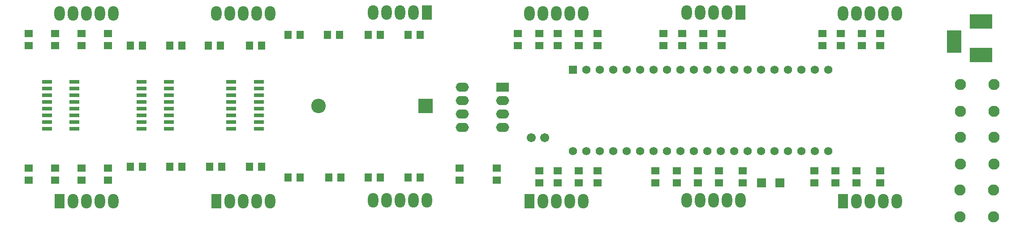
<source format=gbs>
G04*
G04 #@! TF.GenerationSoftware,Altium Limited,Altium Designer,18.0.7 (293)*
G04*
G04 Layer_Color=16711935*
%FSTAX24Y24*%
%MOIN*%
G70*
G01*
G75*
%ADD16R,0.0580X0.0630*%
%ADD17O,0.0780X0.1080*%
%ADD18R,0.0780X0.1080*%
%ADD19O,0.0980X0.0680*%
%ADD20R,0.0980X0.0680*%
%ADD21C,0.0830*%
%ADD22C,0.1080*%
%ADD23R,0.1080X0.1080*%
%ADD24R,0.1080X0.1680*%
%ADD25R,0.1680X0.1080*%
%ADD26C,0.0615*%
%ADD27R,0.0615X0.0615*%
%ADD28C,0.0671*%
%ADD48R,0.0630X0.0580*%
%ADD49R,0.0671X0.0671*%
%ADD50R,0.0750X0.0290*%
D16*
X02725Y036831D02*
D03*
X02815D02*
D03*
X030202Y047461D02*
D03*
X031102D02*
D03*
X030202Y036831D02*
D03*
X031102D02*
D03*
X02725Y047461D02*
D03*
X02815D02*
D03*
X024213D02*
D03*
X025113D02*
D03*
X02126Y036831D02*
D03*
X02216D02*
D03*
X024297D02*
D03*
X025197D02*
D03*
X009533Y046673D02*
D03*
X010433D02*
D03*
X012486D02*
D03*
X013386D02*
D03*
X009533Y037618D02*
D03*
X010433D02*
D03*
X012486D02*
D03*
X013386D02*
D03*
X015439D02*
D03*
X016339D02*
D03*
X018391Y046673D02*
D03*
X019291D02*
D03*
X015354D02*
D03*
X016254D02*
D03*
X02216Y047461D02*
D03*
X02126D02*
D03*
X018391Y037618D02*
D03*
X019291D02*
D03*
D17*
X050932Y035109D02*
D03*
X051932D02*
D03*
X052932D02*
D03*
X053932D02*
D03*
X054932D02*
D03*
X050932Y049109D02*
D03*
X051932D02*
D03*
X052932D02*
D03*
X053932D02*
D03*
X043247Y049059D02*
D03*
X042247D02*
D03*
X041247D02*
D03*
X040247D02*
D03*
X039247D02*
D03*
X043247Y035059D02*
D03*
X042247D02*
D03*
X041247D02*
D03*
X040247D02*
D03*
X030612Y049109D02*
D03*
X029612D02*
D03*
X028612D02*
D03*
X027612D02*
D03*
X031612Y035109D02*
D03*
X030612D02*
D03*
X029612D02*
D03*
X028612D02*
D03*
X027612D02*
D03*
X019928Y049059D02*
D03*
X018928D02*
D03*
X017928D02*
D03*
X016928D02*
D03*
X015928D02*
D03*
X019928Y035059D02*
D03*
X018928D02*
D03*
X017928D02*
D03*
X016928D02*
D03*
X063567D02*
D03*
X064567D02*
D03*
X065567D02*
D03*
X066567D02*
D03*
X062567Y049059D02*
D03*
X063567D02*
D03*
X064567D02*
D03*
X065567D02*
D03*
X066567D02*
D03*
X008268D02*
D03*
X007268D02*
D03*
X006268D02*
D03*
X005268D02*
D03*
X004268D02*
D03*
X008268Y035059D02*
D03*
X007268D02*
D03*
X006268D02*
D03*
X005268D02*
D03*
D18*
X054932Y049109D02*
D03*
X039247Y035059D02*
D03*
X031612Y049109D02*
D03*
X015928Y035059D02*
D03*
X062567D02*
D03*
X004268D02*
D03*
D19*
X034252Y040571D02*
D03*
Y041571D02*
D03*
Y042571D02*
D03*
Y043571D02*
D03*
X037252Y040571D02*
D03*
Y041571D02*
D03*
Y042571D02*
D03*
D20*
Y043571D02*
D03*
D21*
X071319Y041752D02*
D03*
X073819Y043752D02*
D03*
Y041752D02*
D03*
X071319Y043752D02*
D03*
Y037815D02*
D03*
X073819Y039815D02*
D03*
Y037815D02*
D03*
X071319Y039815D02*
D03*
X07126Y033878D02*
D03*
X07376Y035878D02*
D03*
Y033878D02*
D03*
X07126Y035878D02*
D03*
D22*
X023531Y042146D02*
D03*
D23*
X031496D02*
D03*
D24*
X070835Y046945D02*
D03*
D25*
X072835Y048445D02*
D03*
Y045945D02*
D03*
D26*
X04248Y038799D02*
D03*
X04348D02*
D03*
X04448D02*
D03*
X04548D02*
D03*
X04648D02*
D03*
X04748D02*
D03*
X04848D02*
D03*
X04948D02*
D03*
X05048D02*
D03*
X05148D02*
D03*
X05248D02*
D03*
X05348D02*
D03*
X05448D02*
D03*
X05548D02*
D03*
X05648D02*
D03*
X05748D02*
D03*
X05848D02*
D03*
X05948D02*
D03*
X06048D02*
D03*
X06148D02*
D03*
Y044874D02*
D03*
X06048D02*
D03*
X05948D02*
D03*
X05848D02*
D03*
X05748D02*
D03*
X05648D02*
D03*
X05548D02*
D03*
X05448D02*
D03*
X05348D02*
D03*
X05248D02*
D03*
X05148D02*
D03*
X05048D02*
D03*
X04948D02*
D03*
X04848D02*
D03*
X04748D02*
D03*
X04648D02*
D03*
X04548D02*
D03*
X04448D02*
D03*
X04348D02*
D03*
D27*
X04248D02*
D03*
D28*
X03937Y039783D02*
D03*
X04037D02*
D03*
D48*
X048622Y036437D02*
D03*
Y037337D02*
D03*
X060433Y036437D02*
D03*
Y037337D02*
D03*
X038386Y046673D02*
D03*
Y047573D02*
D03*
X055118Y037337D02*
D03*
Y036437D02*
D03*
X051772D02*
D03*
Y037337D02*
D03*
X053346Y036437D02*
D03*
Y037337D02*
D03*
X063976Y047573D02*
D03*
Y046673D02*
D03*
X050591Y047573D02*
D03*
Y046673D02*
D03*
X062402Y047573D02*
D03*
Y046673D02*
D03*
X050197Y036437D02*
D03*
Y037337D02*
D03*
X036811Y036634D02*
D03*
Y037534D02*
D03*
X042913Y037337D02*
D03*
Y036437D02*
D03*
X041339Y037337D02*
D03*
Y036437D02*
D03*
X034055Y036634D02*
D03*
Y037534D02*
D03*
X061024Y046673D02*
D03*
Y047573D02*
D03*
X062008Y037337D02*
D03*
Y036437D02*
D03*
X063583Y037337D02*
D03*
Y036437D02*
D03*
X065354Y046673D02*
D03*
Y047573D02*
D03*
X053543Y046673D02*
D03*
Y047573D02*
D03*
X052165Y046673D02*
D03*
Y047573D02*
D03*
X039961Y046673D02*
D03*
Y047573D02*
D03*
X041339Y046673D02*
D03*
Y047573D02*
D03*
X039961Y037337D02*
D03*
Y036437D02*
D03*
X044291Y046673D02*
D03*
Y047573D02*
D03*
X042913Y046673D02*
D03*
Y047573D02*
D03*
X003937Y046673D02*
D03*
Y047573D02*
D03*
X001969Y037534D02*
D03*
Y036634D02*
D03*
X003937Y037534D02*
D03*
Y036634D02*
D03*
X005906Y037534D02*
D03*
Y036634D02*
D03*
X007874Y046673D02*
D03*
Y047573D02*
D03*
X005906Y046673D02*
D03*
Y047573D02*
D03*
X065354Y037337D02*
D03*
Y036437D02*
D03*
X049213Y046673D02*
D03*
Y047573D02*
D03*
X044291Y037337D02*
D03*
Y036437D02*
D03*
X007874Y037534D02*
D03*
Y036634D02*
D03*
X001969Y046673D02*
D03*
Y047573D02*
D03*
D49*
X056496Y036437D02*
D03*
X057874D02*
D03*
D50*
X005386Y040465D02*
D03*
Y040965D02*
D03*
Y041465D02*
D03*
Y041965D02*
D03*
Y042465D02*
D03*
Y042965D02*
D03*
Y043465D02*
D03*
Y043965D02*
D03*
X003346D02*
D03*
Y043465D02*
D03*
Y042965D02*
D03*
Y042465D02*
D03*
Y041965D02*
D03*
Y041465D02*
D03*
Y040965D02*
D03*
Y040465D02*
D03*
X017054Y043965D02*
D03*
Y043465D02*
D03*
Y042965D02*
D03*
Y042465D02*
D03*
Y041965D02*
D03*
Y041465D02*
D03*
Y040965D02*
D03*
Y040465D02*
D03*
X019094D02*
D03*
Y040965D02*
D03*
Y041465D02*
D03*
Y041965D02*
D03*
Y042465D02*
D03*
Y042965D02*
D03*
Y043465D02*
D03*
Y043965D02*
D03*
X010362Y040449D02*
D03*
Y040949D02*
D03*
Y041449D02*
D03*
Y041949D02*
D03*
Y042449D02*
D03*
Y042949D02*
D03*
Y043449D02*
D03*
Y043949D02*
D03*
X012402D02*
D03*
Y043449D02*
D03*
Y042949D02*
D03*
Y042449D02*
D03*
Y041949D02*
D03*
Y041449D02*
D03*
Y040949D02*
D03*
Y040449D02*
D03*
M02*

</source>
